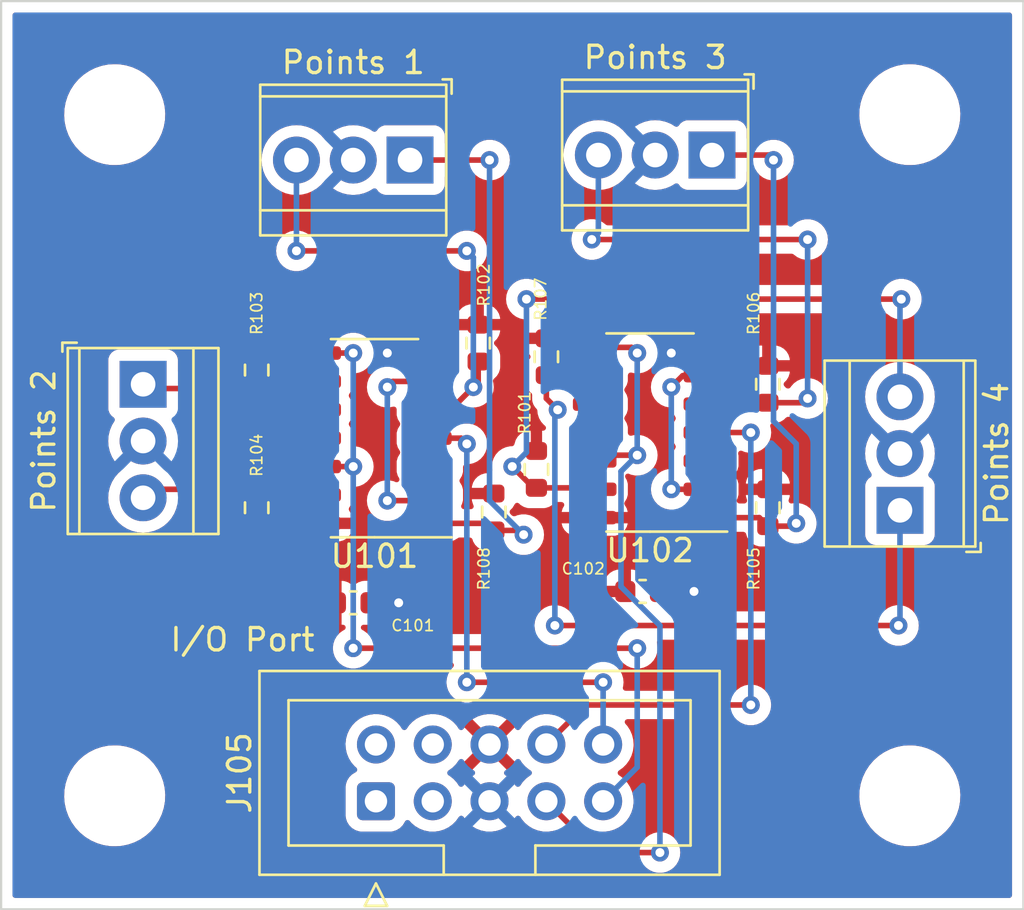
<source format=kicad_pcb>
(kicad_pcb (version 20211014) (generator pcbnew)
  (layers (0 "F.Cu" signal) (31 "B.Cu" signal) (34 "B.Paste" user) (35 "F.Paste" user) (36 "B.SilkS" user "B.Silkscreen") (37 "F.SilkS" user "F.Silkscreen") (38 "B.Mask" user) (39 "F.Mask" user) (44 "Edge.Cuts" user))
  (net 0 "")
  (net 1 "+5V")
  (net 2 "GND")
  (net 3 "Net-(J101-Pad1)")
  (net 4 "Net-(J101-Pad3)")
  (net 5 "Net-(J102-Pad1)")
  (net 6 "Net-(J102-Pad3)")
  (net 7 "Net-(J103-Pad1)")
  (net 8 "Net-(J103-Pad3)")
  (net 9 "Net-(J104-Pad1)")
  (net 10 "Net-(J104-Pad3)")
  (net 15 "/P4")
  (net 16 "/P3")
  (net 17 "/P2")
  (net 18 "/P1")
  (net 19 "Net-(U101-Pad2)")
  (net 20 "Net-(U101-Pad10)")
  (net 21 "Net-(U102-Pad2)")
  (net 22 "Net-(U102-Pad10)")
  (footprint "Capacitor_SMD:C_0603_1608Metric" (layer "F.Cu") (at 155.689 107.696)
    (fp_text reference "C102" (at -2.654 -1.016) (layer "F.SilkS") (effects (font (size 0.5 0.5) (thickness 0.075))))
    (fp_text value ".1uf")
    (fp_line (start -0.14058 -0.51) (end 0.14058 -0.51) (layer "F.SilkS") (width 0.12))
    (fp_line (start -0.14058 0.51) (end 0.14058 0.51) (layer "F.SilkS") (width 0.12))
    (pad "1" smd roundrect (at -0.775 0) (size 0.9 0.95) (layers "F.Cu" "F.Paste" "F.Mask") (net 1 "+5V"))
    (pad "2" smd roundrect (at 0.775 0) (size 0.9 0.95) (layers "F.Cu" "F.Paste" "F.Mask") (net 2 "GND"))
  )
  (footprint "MountingHole:MountingHole_3.5mm" (layer "F.Cu") (at 167.64 116.84)
    (fp_text reference "H103" hide)
    (fp_text value "MountingHole" hide)
    (pad "" np_thru_hole circle (at 0 0) (size 3.5 3.5) (drill 3.5) (layers *.Cu *.Mask))
  )
  (footprint "Resistor_SMD:R_0603_1608Metric" (layer "F.Cu") (at 151.384 97.194 -90)
    (fp_text reference "R107" (at -2.579 0.254 90) (layer "F.SilkS") (effects (font (size 0.5 0.5) (thickness 0.075))))
    (fp_text value "10K")
    (fp_line (start -0.237258 0.5225) (end 0.237258 0.5225) (layer "F.SilkS") (width 0.12))
    (fp_line (start -0.237258 -0.5225) (end 0.237258 -0.5225) (layer "F.SilkS") (width 0.12))
    (pad "1" smd roundrect (at -0.825 0 270) (size 0.8 0.95) (layers "F.Cu" "F.Paste" "F.Mask") (net 1 "+5V"))
    (pad "2" smd roundrect (at 0.825 0 270) (size 0.8 0.95) (layers "F.Cu" "F.Paste" "F.Mask") (net 9 "Net-(J104-Pad1)"))
  )
  (footprint "TerminalBlock_TE-Connectivity:TerminalBlock_TE_282834-3_1x03_P2.54mm_Horizontal" (layer "F.Cu") (at 133.35 98.425 -90)
    (fp_text reference "J102" hide)
    (fp_text value "Points 2" (at 2.54 4.445 90) (layer "F.SilkS"))
    (fp_line (start -1.86 3.61) (end -1.46 3.61) (layer "F.SilkS") (width 0.12))
    (fp_line (start -1.62 3.37) (end 6.7 3.37) (layer "F.SilkS") (width 0.12))
    (fp_line (start -1.62 2.85) (end 6.7 2.85) (layer "F.SilkS") (width 0.12))
    (fp_line (start -1.62 -3.37) (end 6.7 -3.37) (layer "F.SilkS") (width 0.12))
    (fp_line (start -1.86 2.97) (end -1.86 3.61) (layer "F.SilkS") (width 0.12))
    (fp_line (start -1.62 -3.37) (end -1.62 3.37) (layer "F.SilkS") (width 0.12))
    (fp_line (start -1.62 -2.25) (end 6.7 -2.25) (layer "F.SilkS") (width 0.12))
    (fp_line (start 6.7 -3.37) (end 6.7 3.37) (layer "F.SilkS") (width 0.12))
    (pad "1" thru_hole rect (at 0 0 270) (size 2.1 2.1) (drill 1.1) (layers *.Cu *.Mask) (net 5 "Net-(J102-Pad1)"))
    (pad "2" thru_hole circle (at 2.54 0 270) (size 2.1 2.1) (drill 1.1) (layers *.Cu *.Mask) (net 2 "GND"))
    (pad "3" thru_hole circle (at 5.08 0 270) (size 2.1 2.1) (drill 1.1) (layers *.Cu *.Mask) (net 6 "Net-(J102-Pad3)"))
  )
  (footprint "Connector_IDC:IDC-Header_2x05_P2.54mm_Vertical" (layer "F.Cu") (at 143.764 117.0845 90)
    (fp_text reference "J105" (at 1.27 -6.1 90) (layer "F.SilkS"))
    (fp_text value "I/O Port" (at 7.2295 -5.969 180) (layer "F.SilkS"))
    (fp_line (start -4.68 -0.5) (end -4.68 0.5) (layer "F.SilkS") (width 0.12))
    (fp_line (start -1.98 14.07) (end -1.98 7.13) (layer "F.SilkS") (width 0.12))
    (fp_line (start -1.98 7.13) (end -3.29 7.13) (layer "F.SilkS") (width 0.12))
    (fp_line (start 4.52 -3.91) (end 4.52 14.07) (layer "F.SilkS") (width 0.12))
    (fp_line (start -4.68 0.5) (end -3.68 0) (layer "F.SilkS") (width 0.12))
    (fp_line (start 4.52 14.07) (end -1.98 14.07) (layer "F.SilkS") (width 0.12))
    (fp_line (start -1.98 -3.91) (end 4.52 -3.91) (layer "F.SilkS") (width 0.12))
    (fp_line (start 5.83 15.37) (end -3.29 15.37) (layer "F.SilkS") (width 0.12))
    (fp_line (start -1.98 7.13) (end -1.98 7.13) (layer "F.SilkS") (width 0.12))
    (fp_line (start -3.29 15.37) (end -3.29 -5.21) (layer "F.SilkS") (width 0.12))
    (fp_line (start -3.29 3.03) (end -1.98 3.03) (layer "F.SilkS") (width 0.12))
    (fp_line (start -1.98 3.03) (end -1.98 -3.91) (layer "F.SilkS") (width 0.12))
    (fp_line (start 5.83 -5.21) (end 5.83 15.37) (layer "F.SilkS") (width 0.12))
    (fp_line (start -3.29 -5.21) (end 5.83 -5.21) (layer "F.SilkS") (width 0.12))
    (fp_line (start -3.68 0) (end -4.68 -0.5) (layer "F.SilkS") (width 0.12))
    (pad "1" thru_hole roundrect (at 0 0 90) (size 1.7 1.7) (drill 1) (layers *.Cu *.Mask) (roundrect_rratio 0.147059))
    (pad "2" thru_hole circle (at 2.54 0 90) (size 1.7 1.7) (drill 1) (layers *.Cu *.Mask))
    (pad "3" thru_hole circle (at 0 2.54 90) (size 1.7 1.7) (drill 1) (layers *.Cu *.Mask))
    (pad "4" thru_hole circle (at 2.54 2.54 90) (size 1.7 1.7) (drill 1) (layers *.Cu *.Mask))
    (pad "5" thru_hole circle (at 0 5.08 90) (size 1.7 1.7) (drill 1) (layers *.Cu *.Mask) (net 2 "GND"))
    (pad "6" thru_hole circle (at 2.54 5.08 90) (size 1.7 1.7) (drill 1) (layers *.Cu *.Mask) (net 1 "+5V"))
    (pad "7" thru_hole circle (at 0 7.62 90) (size 1.7 1.7) (drill 1) (layers *.Cu *.Mask) (net 15 "/P4"))
    (pad "8" thru_hole circle (at 2.54 7.62 90) (size 1.7 1.7) (drill 1) (layers *.Cu *.Mask) (net 16 "/P3"))
    (pad "9" thru_hole circle (at 0 10.16 90) (size 1.7 1.7) (drill 1) (layers *.Cu *.Mask) (net 17 "/P2"))
    (pad "10" thru_hole circle (at 2.54 10.16 90) (size 1.7 1.7) (drill 1) (layers *.Cu *.Mask) (net 18 "/P1"))
  )
  (footprint "Resistor_SMD:R_0603_1608Metric" (layer "F.Cu") (at 161.29 103.95 -90)
    (fp_text reference "R105" (at 2.73 0.635 90) (layer "F.SilkS") (effects (font (size 0.5 0.5) (thickness 0.075))))
    (fp_text value "10K")
    (fp_line (start -0.237258 0.5225) (end 0.237258 0.5225) (layer "F.SilkS") (width 0.12))
    (fp_line (start -0.237258 -0.5225) (end 0.237258 -0.5225) (layer "F.SilkS") (width 0.12))
    (pad "1" smd roundrect (at -0.825 0 270) (size 0.8 0.95) (layers "F.Cu" "F.Paste" "F.Mask") (net 1 "+5V"))
    (pad "2" smd roundrect (at 0.825 0 270) (size 0.8 0.95) (layers "F.Cu" "F.Paste" "F.Mask") (net 7 "Net-(J103-Pad1)"))
  )
  (footprint "TerminalBlock_TE-Connectivity:TerminalBlock_TE_282834-3_1x03_P2.54mm_Horizontal" (layer "F.Cu") (at 158.791 88.168 180)
    (fp_text reference "J103" hide)
    (fp_text value "Points 3" (at 2.54 4.37) (layer "F.SilkS"))
    (fp_line (start -1.86 3.61) (end -1.46 3.61) (layer "F.SilkS") (width 0.12))
    (fp_line (start -1.62 3.37) (end 6.7 3.37) (layer "F.SilkS") (width 0.12))
    (fp_line (start -1.62 -2.25) (end 6.7 -2.25) (layer "F.SilkS") (width 0.12))
    (fp_line (start 6.7 -3.37) (end 6.7 3.37) (layer "F.SilkS") (width 0.12))
    (fp_line (start -1.86 2.97) (end -1.86 3.61) (layer "F.SilkS") (width 0.12))
    (fp_line (start -1.62 2.85) (end 6.7 2.85) (layer "F.SilkS") (width 0.12))
    (fp_line (start -1.62 -3.37) (end 6.7 -3.37) (layer "F.SilkS") (width 0.12))
    (fp_line (start -1.62 -3.37) (end -1.62 3.37) (layer "F.SilkS") (width 0.12))
    (pad "1" thru_hole rect (at 0 0 180) (size 2.1 2.1) (drill 1.1) (layers *.Cu *.Mask) (net 7 "Net-(J103-Pad1)"))
    (pad "2" thru_hole circle (at 2.54 0 180) (size 2.1 2.1) (drill 1.1) (layers *.Cu *.Mask) (net 2 "GND"))
    (pad "3" thru_hole circle (at 5.08 0 180) (size 2.1 2.1) (drill 1.1) (layers *.Cu *.Mask) (net 8 "Net-(J103-Pad3)"))
  )
  (footprint "Capacitor_SMD:C_0603_1608Metric" (layer "F.Cu") (at 142.748 108.204)
    (fp_text reference "C101" (at 2.667 1.016) (layer "F.SilkS") (effects (font (size 0.5 0.5) (thickness 0.075))))
    (fp_text value ".1uf")
    (fp_line (start -0.14058 -0.51) (end 0.14058 -0.51) (layer "F.SilkS") (width 0.12))
    (fp_line (start -0.14058 0.51) (end 0.14058 0.51) (layer "F.SilkS") (width 0.12))
    (pad "1" smd roundrect (at -0.775 0) (size 0.9 0.95) (layers "F.Cu" "F.Paste" "F.Mask") (net 1 "+5V"))
    (pad "2" smd roundrect (at 0.775 0) (size 0.9 0.95) (layers "F.Cu" "F.Paste" "F.Mask") (net 2 "GND"))
  )
  (footprint "TerminalBlock_TE-Connectivity:TerminalBlock_TE_282834-3_1x03_P2.54mm_Horizontal" (layer "F.Cu") (at 145.288 88.392 180)
    (fp_text reference "J101" hide)
    (fp_text value "Points 1" (at 2.54 4.37) (layer "F.SilkS"))
    (fp_line (start -1.62 2.85) (end 6.7 2.85) (layer "F.SilkS") (width 0.12))
    (fp_line (start -1.86 3.61) (end -1.46 3.61) (layer "F.SilkS") (width 0.12))
    (fp_line (start -1.62 3.37) (end 6.7 3.37) (layer "F.SilkS") (width 0.12))
    (fp_line (start -1.86 2.97) (end -1.86 3.61) (layer "F.SilkS") (width 0.12))
    (fp_line (start -1.62 -3.37) (end 6.7 -3.37) (layer "F.SilkS") (width 0.12))
    (fp_line (start -1.62 -3.37) (end -1.62 3.37) (layer "F.SilkS") (width 0.12))
    (fp_line (start -1.62 -2.25) (end 6.7 -2.25) (layer "F.SilkS") (width 0.12))
    (fp_line (start 6.7 -3.37) (end 6.7 3.37) (layer "F.SilkS") (width 0.12))
    (pad "1" thru_hole rect (at 0 0 180) (size 2.1 2.1) (drill 1.1) (layers *.Cu *.Mask) (net 3 "Net-(J101-Pad1)"))
    (pad "2" thru_hole circle (at 2.54 0 180) (size 2.1 2.1) (drill 1.1) (layers *.Cu *.Mask) (net 2 "GND"))
    (pad "3" thru_hole circle (at 5.08 0 180) (size 2.1 2.1) (drill 1.1) (layers *.Cu *.Mask) (net 4 "Net-(J101-Pad3)"))
  )
  (footprint "Package_SO:SOIC-14_3.9x8.7mm_P1.27mm" (layer "F.Cu") (at 156.021 100.584 180)
    (fp_text reference "U102" (at 0 -5.28) (layer "F.SilkS"))
    (fp_text value "74LS00")
    (fp_line (start 0 4.435) (end 1.95 4.435) (layer "F.SilkS") (width 0.12))
    (fp_line (start 0 -4.435) (end -3.45 -4.435) (layer "F.SilkS") (width 0.12))
    (fp_line (start 0 -4.435) (end 1.95 -4.435) (layer "F.SilkS") (width 0.12))
    (fp_line (start 0 4.435) (end -1.95 4.435) (layer "F.SilkS") (width 0.12))
    (pad "1" smd roundrect (at -2.475 -3.81 180) (size 1.95 0.6) (layers "F.Cu" "F.Paste" "F.Mask") (net 7 "Net-(J103-Pad1)"))
    (pad "2" smd roundrect (at -2.475 -2.54 180) (size 1.95 0.6) (layers "F.Cu" "F.Paste" "F.Mask") (net 21 "Net-(U102-Pad2)"))
    (pad "3" smd roundrect (at -2.475 -1.27 180) (size 1.95 0.6) (layers "F.Cu" "F.Paste" "F.Mask") (net 16 "/P3"))
    (pad "4" smd roundrect (at -2.475 0 180) (size 1.95 0.6) (layers "F.Cu" "F.Paste" "F.Mask") (net 16 "/P3"))
    (pad "5" smd roundrect (at -2.475 1.27 180) (size 1.95 0.6) (layers "F.Cu" "F.Paste" "F.Mask") (net 8 "Net-(J103-Pad3)"))
    (pad "6" smd roundrect (at -2.475 2.54 180) (size 1.95 0.6) (layers "F.Cu" "F.Paste" "F.Mask") (net 21 "Net-(U102-Pad2)"))
    (pad "7" smd roundrect (at -2.475 3.81 180) (size 1.95 0.6) (layers "F.Cu" "F.Paste" "F.Mask") (net 2 "GND"))
    (pad "8" smd roundrect (at 2.475 3.81 180) (size 1.95 0.6) (layers "F.Cu" "F.Paste" "F.Mask") (net 15 "/P4"))
    (pad "9" smd roundrect (at 2.475 2.54 180) (size 1.95 0.6) (layers "F.Cu" "F.Paste" "F.Mask") (net 9 "Net-(J104-Pad1)"))
    (pad "10" smd roundrect (at 2.475 1.27 180) (size 1.95 0.6) (layers "F.Cu" "F.Paste" "F.Mask") (net 22 "Net-(U102-Pad10)"))
    (pad "11" smd roundrect (at 2.475 0 180) (size 1.95 0.6) (layers "F.Cu" "F.Paste" "F.Mask") (net 22 "Net-(U102-Pad10)"))
    (pad "12" smd roundrect (at 2.475 -1.27 180) (size 1.95 0.6) (layers "F.Cu" "F.Paste" "F.Mask") (net 15 "/P4"))
    (pad "13" smd roundrect (at 2.475 -2.54 180) (size 1.95 0.6) (layers "F.Cu" "F.Paste" "F.Mask") (net 10 "Net-(J104-Pad3)"))
    (pad "14" smd roundrect (at 2.475 -3.81 180) (size 1.95 0.6) (layers "F.Cu" "F.Paste" "F.Mask") (net 1 "+5V"))
  )
  (footprint "Resistor_SMD:R_0603_1608Metric" (layer "F.Cu") (at 161.29 98.425 90)
    (fp_text reference "R106" (at 3.175 -0.635 90) (layer "F.SilkS") (effects (font (size 0.5 0.5) (thickness 0.075))))
    (fp_text value "10K")
    (fp_line (start -0.237258 -0.5225) (end 0.237258 -0.5225) (layer "F.SilkS") (width 0.12))
    (fp_line (start -0.237258 0.5225) (end 0.237258 0.5225) (layer "F.SilkS") (width 0.12))
    (pad "1" smd roundrect (at -0.825 0 90) (size 0.8 0.95) (layers "F.Cu" "F.Paste" "F.Mask") (net 8 "Net-(J103-Pad3)"))
    (pad "2" smd roundrect (at 0.825 0 90) (size 0.8 0.95) (layers "F.Cu" "F.Paste" "F.Mask") (net 1 "+5V"))
  )
  (footprint "MountingHole:MountingHole_3.5mm" (layer "F.Cu") (at 132.08 86.36)
    (fp_text reference "H101" hide)
    (fp_text value "MountingHole" hide)
    (pad "" np_thru_hole circle (at 0 0) (size 3.5 3.5) (drill 3.5) (layers *.Cu *.Mask))
  )
  (footprint "Package_SO:SOIC-14_3.9x8.7mm_P1.27mm" (layer "F.Cu") (at 143.699 100.838 180)
    (fp_text reference "U101" (at 0 -5.28) (layer "F.SilkS"))
    (fp_text value "74LS00")
    (fp_line (start 0 4.435) (end -1.95 4.435) (layer "F.SilkS") (width 0.12))
    (fp_line (start 0 -4.435) (end -3.45 -4.435) (layer "F.SilkS") (width 0.12))
    (fp_line (start 0 -4.435) (end 1.95 -4.435) (layer "F.SilkS") (width 0.12))
    (fp_line (start 0 4.435) (end 1.95 4.435) (layer "F.SilkS") (width 0.12))
    (pad "1" smd roundrect (at -2.475 -3.81 180) (size 1.95 0.6) (layers "F.Cu" "F.Paste" "F.Mask") (net 3 "Net-(J101-Pad1)"))
    (pad "2" smd roundrect (at -2.475 -2.54 180) (size 1.95 0.6) (layers "F.Cu" "F.Paste" "F.Mask") (net 19 "Net-(U101-Pad2)"))
    (pad "3" smd roundrect (at -2.475 -1.27 180) (size 1.95 0.6) (layers "F.Cu" "F.Paste" "F.Mask") (net 18 "/P1"))
    (pad "4" smd roundrect (at -2.475 0 180) (size 1.95 0.6) (layers "F.Cu" "F.Paste" "F.Mask") (net 18 "/P1"))
    (pad "5" smd roundrect (at -2.475 1.27 180) (size 1.95 0.6) (layers "F.Cu" "F.Paste" "F.Mask") (net 4 "Net-(J101-Pad3)"))
    (pad "6" smd roundrect (at -2.475 2.54 180) (size 1.95 0.6) (layers "F.Cu" "F.Paste" "F.Mask") (net 19 "Net-(U101-Pad2)"))
    (pad "7" smd roundrect (at -2.475 3.81 180) (size 1.95 0.6) (layers "F.Cu" "F.Paste" "F.Mask") (net 2 "GND"))
    (pad "8" smd roundrect (at 2.475 3.81 180) (size 1.95 0.6) (layers "F.Cu" "F.Paste" "F.Mask") (net 17 "/P2"))
    (pad "9" smd roundrect (at 2.475 2.54 180) (size 1.95 0.6) (layers "F.Cu" "F.Paste" "F.Mask") (net 5 "Net-(J102-Pad1)"))
    (pad "10" smd roundrect (at 2.475 1.27 180) (size 1.95 0.6) (layers "F.Cu" "F.Paste" "F.Mask") (net 20 "Net-(U101-Pad10)"))
    (pad "11" smd roundrect (at 2.475 0 180) (size 1.95 0.6) (layers "F.Cu" "F.Paste" "F.Mask") (net 20 "Net-(U101-Pad10)"))
    (pad "12" smd roundrect (at 2.475 -1.27 180) (size 1.95 0.6) (layers "F.Cu" "F.Paste" "F.Mask") (net 17 "/P2"))
    (pad "13" smd roundrect (at 2.475 -2.54 180) (size 1.95 0.6) (layers "F.Cu" "F.Paste" "F.Mask") (net 6 "Net-(J102-Pad3)"))
    (pad "14" smd roundrect (at 2.475 -3.81 180) (size 1.95 0.6) (layers "F.Cu" "F.Paste" "F.Mask") (net 1 "+5V"))
  )
  (footprint "Resistor_SMD:R_0603_1608Metric" (layer "F.Cu") (at 138.43 103.95 -90)
    (fp_text reference "R104" (at -2.35 0 90) (layer "F.SilkS") (effects (font (size 0.5 0.5) (thickness 0.075))))
    (fp_text value "10K")
    (fp_line (start -0.237258 -0.5225) (end 0.237258 -0.5225) (layer "F.SilkS") (width 0.12))
    (fp_line (start -0.237258 0.5225) (end 0.237258 0.5225) (layer "F.SilkS") (width 0.12))
    (pad "1" smd roundrect (at -0.825 0 270) (size 0.8 0.95) (layers "F.Cu" "F.Paste" "F.Mask") (net 6 "Net-(J102-Pad3)"))
    (pad "2" smd roundrect (at 0.825 0 270) (size 0.8 0.95) (layers "F.Cu" "F.Paste" "F.Mask") (net 1 "+5V"))
  )
  (footprint "TerminalBlock_TE-Connectivity:TerminalBlock_TE_282834-3_1x03_P2.54mm_Horizontal" (layer "F.Cu") (at 167.1995 104.066 90)
    (fp_text reference "J104" hide)
    (fp_text value "Points 4" (at 2.54 4.318 90) (layer "F.SilkS"))
    (fp_line (start -1.86 2.97) (end -1.86 3.61) (layer "F.SilkS") (width 0.12))
    (fp_line (start -1.86 3.61) (end -1.46 3.61) (layer "F.SilkS") (width 0.12))
    (fp_line (start -1.62 -2.25) (end 6.7 -2.25) (layer "F.SilkS") (width 0.12))
    (fp_line (start -1.62 3.37) (end 6.7 3.37) (layer "F.SilkS") (width 0.12))
    (fp_line (start -1.62 2.85) (end 6.7 2.85) (layer "F.SilkS") (width 0.12))
    (fp_line (start 6.7 -3.37) (end 6.7 3.37) (layer "F.SilkS") (width 0.12))
    (fp_line (start -1.62 -3.37) (end 6.7 -3.37) (layer "F.SilkS") (width 0.12))
    (fp_line (start -1.62 -3.37) (end -1.62 3.37) (layer "F.SilkS") (width 0.12))
    (pad "1" thru_hole rect (at 0 0 90) (size 2.1 2.1) (drill 1.1) (layers *.Cu *.Mask) (net 9 "Net-(J104-Pad1)"))
    (pad "2" thru_hole circle (at 2.54 0 90) (size 2.1 2.1) (drill 1.1) (layers *.Cu *.Mask) (net 2 "GND"))
    (pad "3" thru_hole circle (at 5.08 0 90) (size 2.1 2.1) (drill 1.1) (layers *.Cu *.Mask) (net 10 "Net-(J104-Pad3)"))
  )
  (footprint "Resistor_SMD:R_0603_1608Metric" (layer "F.Cu") (at 138.43 97.79 -90)
    (fp_text reference "R103" (at -2.54 0 90) (layer "F.SilkS") (effects (font (size 0.5 0.5) (thickness 0.075))))
    (fp_text value "10K")
    (fp_line (start -0.237258 -0.5225) (end 0.237258 -0.5225) (layer "F.SilkS") (width 0.12))
    (fp_line (start -0.237258 0.5225) (end 0.237258 0.5225) (layer "F.SilkS") (width 0.12))
    (pad "1" smd roundrect (at -0.825 0 270) (size 0.8 0.95) (layers "F.Cu" "F.Paste" "F.Mask") (net 1 "+5V"))
    (pad "2" smd roundrect (at 0.825 0 270) (size 0.8 0.95) (layers "F.Cu" "F.Paste" "F.Mask") (net 5 "Net-(J102-Pad1)"))
  )
  (footprint "Resistor_SMD:R_0603_1608Metric" (layer "F.Cu") (at 150.94 102.235 90)
    (fp_text reference "R108" (at -4.445 -2.35 90) (layer "F.SilkS") (effects (font (size 0.5 0.5) (thickness 0.075))))
    (fp_text value "10K")
    (fp_line (start -0.237258 0.5225) (end 0.237258 0.5225) (layer "F.SilkS") (width 0.12))
    (fp_line (start -0.237258 -0.5225) (end 0.237258 -0.5225) (layer "F.SilkS") (width 0.12))
    (pad "1" smd roundrect (at -0.825 0 90) (size 0.8 0.95) (layers "F.Cu" "F.Paste" "F.Mask") (net 10 "Net-(J104-Pad3)"))
    (pad "2" smd roundrect (at 0.825 0 90) (size 0.8 0.95) (layers "F.Cu" "F.Paste" "F.Mask") (net 1 "+5V"))
  )
  (footprint "Resistor_SMD:R_0603_1608Metric" (layer "F.Cu") (at 148.336 96.583 90)
    (fp_text reference "R102" (at 2.603 0.254 90) (layer "F.SilkS") (effects (font (size 0.5 0.5) (thickness 0.075))))
    (fp_text value "10K")
    (fp_line (start -0.237258 -0.5225) (end 0.237258 -0.5225) (layer "F.SilkS") (width 0.12))
    (fp_line (start -0.237258 0.5225) (end 0.237258 0.5225) (layer "F.SilkS") (width 0.12))
    (pad "1" smd roundrect (at -0.825 0 90) (size 0.8 0.95) (layers "F.Cu" "F.Paste" "F.Mask") (net 4 "Net-(J101-Pad3)"))
    (pad "2" smd roundrect (at 0.825 0 90) (size 0.8 0.95) (layers "F.Cu" "F.Paste" "F.Mask") (net 1 "+5V"))
  )
  (footprint "MountingHole:MountingHole_3.5mm" (layer "F.Cu") (at 132.08 116.84)
    (fp_text reference "H102" hide)
    (fp_text value "MountingHole" hide)
    (pad "" np_thru_hole circle (at 0 0) (size 3.5 3.5) (drill 3.5) (layers *.Cu *.Mask))
  )
  (footprint "Resistor_SMD:R_0603_1608Metric" (layer "F.Cu") (at 149.035 104.14 -90)
    (fp_text reference "R101" (at -4.445 -1.3825 90) (layer "F.SilkS") (effects (font (size 0.5 0.5) (thickness 0.075))))
    (fp_text value "10K")
    (fp_line (start -0.237258 -0.5225) (end 0.237258 -0.5225) (layer "F.SilkS") (width 0.12))
    (fp_line (start -0.237258 0.5225) (end 0.237258 0.5225) (layer "F.SilkS") (width 0.12))
    (pad "1" smd roundrect (at -0.825 0 270) (size 0.8 0.95) (layers "F.Cu" "F.Paste" "F.Mask") (net 1 "+5V"))
    (pad "2" smd roundrect (at 0.825 0 270) (size 0.8 0.95) (layers "F.Cu" "F.Paste" "F.Mask") (net 3 "Net-(J101-Pad1)"))
  )
  (footprint "MountingHole:MountingHole_3.5mm" (layer "F.Cu") (at 167.64 86.36)
    (fp_text reference "H104" hide)
    (fp_text value "MountingHole" hide)
    (pad "" np_thru_hole circle (at 0 0) (size 3.5 3.5) (drill 3.5) (layers *.Cu *.Mask))
  )
  (gr_rect (start 127 121.92) (end 172.72 81.28) (layer "Edge.Cuts") (width 0.1) (fill none))
  (segment (start 156.464 107.696) (end 157.988 107.696) (width 0.25) (layer "F.Cu") (net 2))
  (segment (start 143.523 108.204) (end 144.78 108.204) (width 0.25) (layer "F.Cu") (net 2))
  (segment (start 146.174 97.028) (end 144.272 97.028) (width 0.25) (layer "F.Cu") (net 2))
  (segment (start 157.226 96.774) (end 156.972 97.028) (width 0.25) (layer "F.Cu") (net 2))
  (segment (start 158.496 96.774) (end 157.226 96.774) (width 0.25) (layer "F.Cu") (net 2))
  (via (at 144.78 108.204) (size 0.8) (drill 0.4) (layers "F.Cu" "B.Cu") (net 2))
  (via (at 144.272 97.028) (size 0.8) (drill 0.4) (layers "F.Cu" "B.Cu") (net 2))
  (via (at 157.988 107.696) (size 0.8) (drill 0.4) (layers "F.Cu" "B.Cu") (net 2))
  (via (at 156.972 97.028) (size 0.8) (drill 0.4) (layers "F.Cu" "B.Cu") (net 2))
  (segment (start 148.718 104.648) (end 149.035 104.965) (width 0.25) (layer "F.Cu") (net 3))
  (segment (start 148.844 88.392) (end 145.288 88.392) (width 0.25) (layer "F.Cu") (net 3))
  (segment (start 146.174 104.648) (end 148.718 104.648) (width 0.25) (layer "F.Cu") (net 3))
  (segment (start 149.035 104.965) (end 150.177 104.965) (width 0.25) (layer "F.Cu") (net 3))
  (segment (start 150.177 104.965) (end 150.368 105.156) (width 0.25) (layer "F.Cu") (net 3))
  (via (at 148.844 88.392) (size 0.8) (drill 0.4) (layers "F.Cu" "B.Cu") (net 3))
  (via (at 150.368 105.156) (size 0.8) (drill 0.4) (layers "F.Cu" "B.Cu") (net 3))
  (segment (start 150.368 105.156) (end 148.844 103.632) (width 0.25) (layer "B.Cu") (net 3))
  (segment (start 148.844 103.632) (end 148.844 88.392) (width 0.25) (layer "B.Cu") (net 3))
  (segment (start 147.1035 99.568) (end 148.1195 98.552) (width 0.25) (layer "F.Cu") (net 4))
  (segment (start 146.174 99.568) (end 147.1035 99.568) (width 0.25) (layer "F.Cu") (net 4))
  (segment (start 148.336 98.3355) (end 148.1195 98.552) (width 0.25) (layer "F.Cu") (net 4))
  (segment (start 148.336 97.408) (end 148.336 98.3355) (width 0.25) (layer "F.Cu") (net 4))
  (segment (start 147.828 92.456) (end 140.208 92.456) (width 0.25) (layer "F.Cu") (net 4))
  (via (at 148.1195 98.552) (size 0.8) (drill 0.4) (layers "F.Cu" "B.Cu") (net 4))
  (via (at 140.208 92.456) (size 0.8) (drill 0.4) (layers "F.Cu" "B.Cu") (net 4))
  (via (at 147.828 92.456) (size 0.8) (drill 0.4) (layers "F.Cu" "B.Cu") (net 4))
  (segment (start 148.1195 98.552) (end 148.1195 92.7475) (width 0.25) (layer "B.Cu") (net 4))
  (segment (start 148.1195 92.7475) (end 147.828 92.456) (width 0.25) (layer "B.Cu") (net 4))
  (segment (start 140.208 92.456) (end 140.208 88.392) (width 0.25) (layer "B.Cu") (net 4))
  (segment (start 138.43 98.615) (end 133.54 98.615) (width 0.25) (layer "F.Cu") (net 5))
  (segment (start 140.907 98.615) (end 138.43 98.615) (width 0.25) (layer "F.Cu") (net 5))
  (segment (start 141.224 98.298) (end 140.907 98.615) (width 0.25) (layer "F.Cu") (net 5))
  (segment (start 133.54 98.615) (end 133.35 98.425) (width 0.25) (layer "F.Cu") (net 5))
  (segment (start 138.43 103.125) (end 133.73 103.125) (width 0.25) (layer "F.Cu") (net 6))
  (segment (start 133.73 103.125) (end 133.35 103.505) (width 0.25) (layer "F.Cu") (net 6))
  (segment (start 140.971 103.125) (end 138.43 103.125) (width 0.25) (layer "F.Cu") (net 6))
  (segment (start 141.224 103.378) (end 140.971 103.125) (width 0.25) (layer "F.Cu") (net 6))
  (segment (start 162.433 104.775) (end 162.56 104.648) (width 0.25) (layer "F.Cu") (net 7))
  (segment (start 161.32 88.168) (end 158.791 88.168) (width 0.25) (layer "F.Cu") (net 7))
  (segment (start 161.29 104.775) (end 162.433 104.775) (width 0.25) (layer "F.Cu") (net 7))
  (segment (start 158.496 104.394) (end 160.909 104.394) (width 0.25) (layer "F.Cu") (net 7))
  (segment (start 160.909 104.394) (end 161.29 104.775) (width 0.25) (layer "F.Cu") (net 7))
  (segment (start 161.544 88.392) (end 161.32 88.168) (width 0.25) (layer "F.Cu") (net 7))
  (via (at 161.544 88.392) (size 0.8) (drill 0.4) (layers "F.Cu" "B.Cu") (net 7))
  (via (at 162.56 104.648) (size 0.8) (drill 0.4) (layers "F.Cu" "B.Cu") (net 7))
  (segment (start 161.544 100.076) (end 161.544 88.392) (width 0.25) (layer "B.Cu") (net 7))
  (segment (start 162.56 104.648) (end 162.56 101.092) (width 0.25) (layer "B.Cu") (net 7))
  (segment (start 162.052 100.584) (end 161.544 100.076) (width 0.25) (layer "B.Cu") (net 7))
  (segment (start 162.56 101.092) (end 162.052 100.584) (width 0.25) (layer "B.Cu") (net 7))
  (segment (start 162.878 99.25) (end 163.068 99.06) (width 0.25) (layer "F.Cu") (net 8))
  (segment (start 158.496 99.314) (end 161.226 99.314) (width 0.25) (layer "F.Cu") (net 8))
  (segment (start 163.068 91.948) (end 153.416 91.948) (width 0.25) (layer "F.Cu") (net 8))
  (segment (start 161.226 99.314) (end 161.29 99.25) (width 0.25) (layer "F.Cu") (net 8))
  (segment (start 161.29 99.25) (end 162.878 99.25) (width 0.25) (layer "F.Cu") (net 8))
  (via (at 163.068 91.948) (size 0.8) (drill 0.4) (layers "F.Cu" "B.Cu") (net 8))
  (via (at 163.068 99.06) (size 0.8) (drill 0.4) (layers "F.Cu" "B.Cu") (net 8))
  (via (at 153.416 91.948) (size 0.8) (drill 0.4) (layers "F.Cu" "B.Cu") (net 8))
  (segment (start 163.068 99.06) (end 163.068 91.948) (width 0.25) (layer "B.Cu") (net 8))
  (segment (start 153.416 91.948) (end 153.711 91.653) (width 0.25) (layer "B.Cu") (net 8))
  (segment (start 153.711 91.653) (end 153.711 88.168) (width 0.25) (layer "B.Cu") (net 8))
  (segment (start 151.384 98.019) (end 151.384 99.06) (width 0.25) (layer "F.Cu") (net 9))
  (segment (start 151.384 99.06) (end 151.892 99.568) (width 0.25) (layer "F.Cu") (net 9))
  (segment (start 151.765 109.22) (end 167.132 109.22) (width 0.25) (layer "F.Cu") (net 9))
  (segment (start 153.546 98.044) (end 151.409 98.044) (width 0.25) (layer "F.Cu") (net 9))
  (via (at 151.892 99.568) (size 0.8) (drill 0.4) (layers "F.Cu" "B.Cu") (net 9))
  (via (at 167.132 109.22) (size 0.8) (drill 0.4) (layers "F.Cu" "B.Cu") (net 9))
  (via (at 151.765 109.22) (size 0.8) (drill 0.4) (layers "F.Cu" "B.Cu") (net 9))
  (segment (start 151.765 99.695) (end 151.765 109.22) (width 0.25) (layer "B.Cu") (net 9))
  (segment (start 151.892 99.568) (end 151.765 99.695) (width 0.25) (layer "B.Cu") (net 9))
  (segment (start 167.132 109.22) (end 167.1995 109.1525) (width 0.25) (layer "B.Cu") (net 9))
  (segment (start 167.1995 109.1525) (end 167.1995 104.066) (width 0.25) (layer "B.Cu") (net 9))
  (segment (start 153.105249 103.06) (end 150.94 103.06) (width 0.25) (layer "F.Cu") (net 10))
  (segment (start 150.94 103.06) (end 150.812 103.06) (width 0.25) (layer "F.Cu") (net 10))
  (segment (start 153.169249 103.124) (end 153.105249 103.06) (width 0.25) (layer "F.Cu") (net 10))
  (segment (start 167.259 94.615) (end 150.495 94.615) (width 0.25) (layer "F.Cu") (net 10))
  (segment (start 150.812 103.06) (end 149.86 102.108) (width 0.25) (layer "F.Cu") (net 10))
  (segment (start 153.546 103.124) (end 153.169249 103.124) (width 0.25) (layer "F.Cu") (net 10))
  (via (at 150.495 94.615) (size 0.8) (drill 0.4) (layers "F.Cu" "B.Cu") (net 10))
  (via (at 167.259 94.615) (size 0.8) (drill 0.4) (layers "F.Cu" "B.Cu") (net 10))
  (via (at 149.86 102.108) (size 0.8) (drill 0.4) (layers "F.Cu" "B.Cu") (net 10))
  (segment (start 167.259 94.615) (end 167.1995 94.6745) (width 0.25) (layer "B.Cu") (net 10))
  (segment (start 150.495 94.615) (end 150.495 101.473) (width 0.25) (layer "B.Cu") (net 10))
  (segment (start 150.495 101.473) (end 149.86 102.108) (width 0.25) (layer "B.Cu") (net 10))
  (segment (start 167.1995 94.6745) (end 167.1995 98.986) (width 0.25) (layer "B.Cu") (net 10))
  (segment (start 153.6795 119.38) (end 151.384 117.0845) (width 0.25) (layer "F.Cu") (net 15))
  (segment (start 155.194 96.774) (end 155.448 97.028) (width 0.25) (layer "F.Cu") (net 15))
  (segment (start 156.464 119.38) (end 153.6795 119.38) (width 0.25) (layer "F.Cu") (net 15))
  (segment (start 153.8 101.6) (end 153.546 101.854) (width 0.25) (layer "F.Cu") (net 15))
  (segment (start 155.448 101.6) (end 153.8 101.6) (width 0.25) (layer "F.Cu") (net 15))
  (segment (start 153.546 96.774) (end 155.194 96.774) (width 0.25) (layer "F.Cu") (net 15))
  (via (at 155.448 101.6) (size 0.8) (drill 0.4) (layers "F.Cu" "B.Cu") (net 15))
  (via (at 155.448 97.028) (size 0.8) (drill 0.4) (layers "F.Cu" "B.Cu") (net 15))
  (via (at 156.464 119.38) (size 0.8) (drill 0.4) (layers "F.Cu" "B.Cu") (net 15))
  (segment (start 154.723 102.325) (end 154.723 107.479) (width 0.25) (layer "B.Cu") (net 15))
  (segment (start 154.723 107.479) (end 156.464 109.22) (width 0.25) (layer "B.Cu") (net 15))
  (segment (start 156.464 109.22) (end 156.464 119.38) (width 0.25) (layer "B.Cu") (net 15))
  (segment (start 155.448 101.6) (end 154.723 102.325) (width 0.25) (layer "B.Cu") (net 15))
  (segment (start 155.448 97.028) (end 155.448 101.6) (width 0.25) (layer "B.Cu") (net 15))
  (segment (start 160.528 112.776) (end 153.1525 112.776) (width 0.25) (layer "F.Cu") (net 16))
  (segment (start 158.496 100.584) (end 160.528 100.584) (width 0.25) (layer "F.Cu") (net 16))
  (segment (start 158.496 100.584) (end 158.496 101.854) (width 0.25) (layer "F.Cu") (net 16))
  (segment (start 153.1525 112.776) (end 151.384 114.5445) (width 0.25) (layer "F.Cu") (net 16))
  (via (at 160.528 100.584) (size 0.8) (drill 0.4) (layers "F.Cu" "B.Cu") (net 16))
  (via (at 160.528 112.776) (size 0.8) (drill 0.4) (layers "F.Cu" "B.Cu") (net 16))
  (segment (start 160.528 100.584) (end 160.528 112.776) (width 0.25) (layer "B.Cu") (net 16))
  (segment (start 141.224 97.028) (end 142.748 97.028) (width 0.25) (layer "F.Cu") (net 17))
  (segment (start 142.748 102.108) (end 141.224 102.108) (width 0.25) (layer "F.Cu") (net 17))
  (segment (start 142.748 110.236) (end 155.448 110.236) (width 0.25) (layer "F.Cu") (net 17))
  (via (at 142.748 110.236) (size 0.8) (drill 0.4) (layers "F.Cu" "B.Cu") (net 17))
  (via (at 142.748 102.108) (size 0.8) (drill 0.4) (layers "F.Cu" "B.Cu") (net 17))
  (via (at 155.448 110.236) (size 0.8) (drill 0.4) (layers "F.Cu" "B.Cu") (net 17))
  (via (at 142.748 97.028) (size 0.8) (drill 0.4) (layers "F.Cu" "B.Cu") (net 17))
  (segment (start 142.748 102.108) (end 142.748 110.236) (width 0.25) (layer "B.Cu") (net 17))
  (segment (start 155.448 115.5605) (end 153.924 117.0845) (width 0.25) (layer "B.Cu") (net 17))
  (segment (start 142.748 97.028) (end 142.748 102.108) (width 0.25) (layer "B.Cu") (net 17))
  (segment (start 155.448 110.236) (end 155.448 115.5605) (width 0.25) (layer "B.Cu") (net 17))
  (segment (start 146.174 100.838) (end 146.174 102.108) (width 0.25) (layer "F.Cu") (net 18))
  (segment (start 147.828 111.76) (end 153.924 111.76) (width 0.25) (layer "F.Cu") (net 18))
  (segment (start 146.174 100.838) (end 147.574 100.838) (width 0.25) (layer "F.Cu") (net 18))
  (segment (start 147.574 100.838) (end 147.828 101.092) (width 0.25) (layer "F.Cu") (net 18))
  (via (at 147.828 101.092) (size 0.8) (drill 0.4) (layers "F.Cu" "B.Cu") (net 18))
  (via (at 153.924 111.76) (size 0.8) (drill 0.4) (layers "F.Cu" "B.Cu") (net 18))
  (via (at 147.828 111.76) (size 0.8) (drill 0.4) (layers "F.Cu" "B.Cu") (net 18))
  (segment (start 147.828 101.092) (end 147.828 111.76) (width 0.25) (layer "B.Cu") (net 18))
  (segment (start 153.924 111.76) (end 153.924 114.5445) (width 0.25) (layer "B.Cu") (net 18))
  (segment (start 144.272 103.632) (end 145.92 103.632) (width 0.25) (layer "F.Cu") (net 19))
  (segment (start 144.526 98.298) (end 144.272 98.552) (width 0.25) (layer "F.Cu") (net 19))
  (segment (start 146.174 98.298) (end 144.526 98.298) (width 0.25) (layer "F.Cu") (net 19))
  (segment (start 145.92 103.632) (end 146.174 103.378) (width 0.25) (layer "F.Cu") (net 19))
  (via (at 144.272 103.632) (size 0.8) (drill 0.4) (layers "F.Cu" "B.Cu") (net 19))
  (via (at 144.272 98.552) (size 0.8) (drill 0.4) (layers "F.Cu" "B.Cu") (net 19))
  (segment (start 144.272 98.552) (end 144.272 103.632) (width 0.25) (layer "B.Cu") (net 19))
  (segment (start 141.224 99.568) (end 141.224 100.838) (width 0.25) (layer "F.Cu") (net 20))
  (segment (start 157.48 98.044) (end 156.972 98.552) (width 0.25) (layer "F.Cu") (net 21))
  (segment (start 158.496 98.044) (end 157.48 98.044) (width 0.25) (layer "F.Cu") (net 21))
  (segment (start 156.972 103.124) (end 158.496 103.124) (width 0.25) (layer "F.Cu") (net 21))
  (via (at 156.972 103.124) (size 0.8) (drill 0.4) (layers "F.Cu" "B.Cu") (net 21))
  (via (at 156.972 98.552) (size 0.8) (drill 0.4) (layers "F.Cu" "B.Cu") (net 21))
  (segment (start 156.972 98.552) (end 156.972 103.124) (width 0.25) (layer "B.Cu") (net 21))
  (segment (start 153.546 99.314) (end 153.546 100.584) (width 0.25) (layer "F.Cu") (net 22))
  (zone (net 1) (net_name "+5V") (layer "F.Cu") (connect_pads (clearance 0.508)) (min_thickness 0.254) (fill yes (thermal_gap 0.508) (thermal_bridge_width 0.508))
    (polygon (pts (xy 172.72 121.92) (xy 127 121.92) (xy 127 81.28) (xy 172.72 81.28)))
  )
  (zone (net 2) (net_name "GND") (layer "B.Cu") (connect_pads (clearance 0.508)) (min_thickness 0.254) (fill yes (thermal_gap 0.508) (thermal_bridge_width 0.508))
    (polygon (pts (xy 172.72 121.92) (xy 127 121.92) (xy 127 81.28) (xy 172.72 81.28)))
  )
)
</source>
